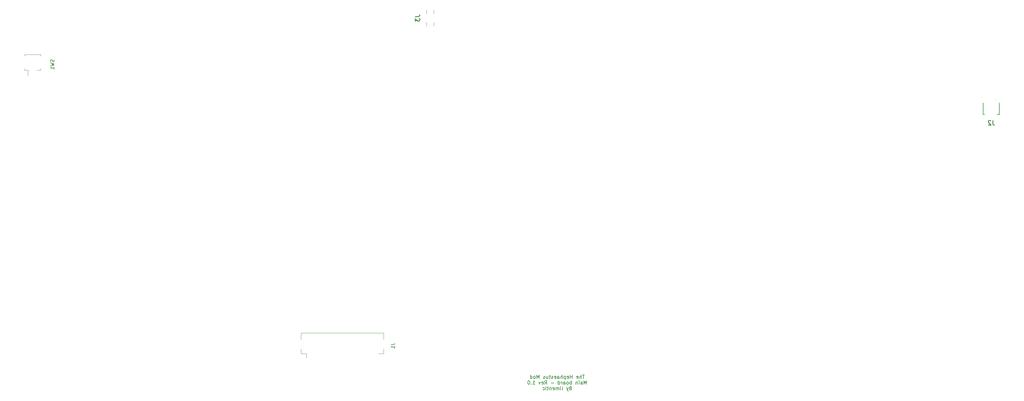
<source format=gbr>
%TF.GenerationSoftware,KiCad,Pcbnew,8.0.2-1*%
%TF.CreationDate,2024-08-02T01:43:08+02:00*%
%TF.ProjectId,keyboard,6b657962-6f61-4726-942e-6b696361645f,1.0*%
%TF.SameCoordinates,Original*%
%TF.FileFunction,Legend,Bot*%
%TF.FilePolarity,Positive*%
%FSLAX46Y46*%
G04 Gerber Fmt 4.6, Leading zero omitted, Abs format (unit mm)*
G04 Created by KiCad (PCBNEW 8.0.2-1) date 2024-08-02 01:43:08*
%MOMM*%
%LPD*%
G01*
G04 APERTURE LIST*
%ADD10C,0.150000*%
%ADD11C,0.254000*%
%ADD12C,0.120000*%
%ADD13C,0.200000*%
%ADD14C,0.100000*%
G04 APERTURE END LIST*
D10*
X234766476Y-192154875D02*
X234195048Y-192154875D01*
X234480762Y-193154875D02*
X234480762Y-192154875D01*
X233861714Y-193154875D02*
X233861714Y-192154875D01*
X233433143Y-193154875D02*
X233433143Y-192631065D01*
X233433143Y-192631065D02*
X233480762Y-192535827D01*
X233480762Y-192535827D02*
X233576000Y-192488208D01*
X233576000Y-192488208D02*
X233718857Y-192488208D01*
X233718857Y-192488208D02*
X233814095Y-192535827D01*
X233814095Y-192535827D02*
X233861714Y-192583446D01*
X232576000Y-193107256D02*
X232671238Y-193154875D01*
X232671238Y-193154875D02*
X232861714Y-193154875D01*
X232861714Y-193154875D02*
X232956952Y-193107256D01*
X232956952Y-193107256D02*
X233004571Y-193012017D01*
X233004571Y-193012017D02*
X233004571Y-192631065D01*
X233004571Y-192631065D02*
X232956952Y-192535827D01*
X232956952Y-192535827D02*
X232861714Y-192488208D01*
X232861714Y-192488208D02*
X232671238Y-192488208D01*
X232671238Y-192488208D02*
X232576000Y-192535827D01*
X232576000Y-192535827D02*
X232528381Y-192631065D01*
X232528381Y-192631065D02*
X232528381Y-192726303D01*
X232528381Y-192726303D02*
X233004571Y-192821541D01*
X231337904Y-193154875D02*
X231337904Y-192154875D01*
X231337904Y-192631065D02*
X230766476Y-192631065D01*
X230766476Y-193154875D02*
X230766476Y-192154875D01*
X229909333Y-193107256D02*
X230004571Y-193154875D01*
X230004571Y-193154875D02*
X230195047Y-193154875D01*
X230195047Y-193154875D02*
X230290285Y-193107256D01*
X230290285Y-193107256D02*
X230337904Y-193012017D01*
X230337904Y-193012017D02*
X230337904Y-192631065D01*
X230337904Y-192631065D02*
X230290285Y-192535827D01*
X230290285Y-192535827D02*
X230195047Y-192488208D01*
X230195047Y-192488208D02*
X230004571Y-192488208D01*
X230004571Y-192488208D02*
X229909333Y-192535827D01*
X229909333Y-192535827D02*
X229861714Y-192631065D01*
X229861714Y-192631065D02*
X229861714Y-192726303D01*
X229861714Y-192726303D02*
X230337904Y-192821541D01*
X229433142Y-192488208D02*
X229433142Y-193488208D01*
X229433142Y-192535827D02*
X229337904Y-192488208D01*
X229337904Y-192488208D02*
X229147428Y-192488208D01*
X229147428Y-192488208D02*
X229052190Y-192535827D01*
X229052190Y-192535827D02*
X229004571Y-192583446D01*
X229004571Y-192583446D02*
X228956952Y-192678684D01*
X228956952Y-192678684D02*
X228956952Y-192964398D01*
X228956952Y-192964398D02*
X229004571Y-193059636D01*
X229004571Y-193059636D02*
X229052190Y-193107256D01*
X229052190Y-193107256D02*
X229147428Y-193154875D01*
X229147428Y-193154875D02*
X229337904Y-193154875D01*
X229337904Y-193154875D02*
X229433142Y-193107256D01*
X228528380Y-193154875D02*
X228528380Y-192154875D01*
X228099809Y-193154875D02*
X228099809Y-192631065D01*
X228099809Y-192631065D02*
X228147428Y-192535827D01*
X228147428Y-192535827D02*
X228242666Y-192488208D01*
X228242666Y-192488208D02*
X228385523Y-192488208D01*
X228385523Y-192488208D02*
X228480761Y-192535827D01*
X228480761Y-192535827D02*
X228528380Y-192583446D01*
X227195047Y-193154875D02*
X227195047Y-192631065D01*
X227195047Y-192631065D02*
X227242666Y-192535827D01*
X227242666Y-192535827D02*
X227337904Y-192488208D01*
X227337904Y-192488208D02*
X227528380Y-192488208D01*
X227528380Y-192488208D02*
X227623618Y-192535827D01*
X227195047Y-193107256D02*
X227290285Y-193154875D01*
X227290285Y-193154875D02*
X227528380Y-193154875D01*
X227528380Y-193154875D02*
X227623618Y-193107256D01*
X227623618Y-193107256D02*
X227671237Y-193012017D01*
X227671237Y-193012017D02*
X227671237Y-192916779D01*
X227671237Y-192916779D02*
X227623618Y-192821541D01*
X227623618Y-192821541D02*
X227528380Y-192773922D01*
X227528380Y-192773922D02*
X227290285Y-192773922D01*
X227290285Y-192773922D02*
X227195047Y-192726303D01*
X226337904Y-193107256D02*
X226433142Y-193154875D01*
X226433142Y-193154875D02*
X226623618Y-193154875D01*
X226623618Y-193154875D02*
X226718856Y-193107256D01*
X226718856Y-193107256D02*
X226766475Y-193012017D01*
X226766475Y-193012017D02*
X226766475Y-192631065D01*
X226766475Y-192631065D02*
X226718856Y-192535827D01*
X226718856Y-192535827D02*
X226623618Y-192488208D01*
X226623618Y-192488208D02*
X226433142Y-192488208D01*
X226433142Y-192488208D02*
X226337904Y-192535827D01*
X226337904Y-192535827D02*
X226290285Y-192631065D01*
X226290285Y-192631065D02*
X226290285Y-192726303D01*
X226290285Y-192726303D02*
X226766475Y-192821541D01*
X225909332Y-193107256D02*
X225814094Y-193154875D01*
X225814094Y-193154875D02*
X225623618Y-193154875D01*
X225623618Y-193154875D02*
X225528380Y-193107256D01*
X225528380Y-193107256D02*
X225480761Y-193012017D01*
X225480761Y-193012017D02*
X225480761Y-192964398D01*
X225480761Y-192964398D02*
X225528380Y-192869160D01*
X225528380Y-192869160D02*
X225623618Y-192821541D01*
X225623618Y-192821541D02*
X225766475Y-192821541D01*
X225766475Y-192821541D02*
X225861713Y-192773922D01*
X225861713Y-192773922D02*
X225909332Y-192678684D01*
X225909332Y-192678684D02*
X225909332Y-192631065D01*
X225909332Y-192631065D02*
X225861713Y-192535827D01*
X225861713Y-192535827D02*
X225766475Y-192488208D01*
X225766475Y-192488208D02*
X225623618Y-192488208D01*
X225623618Y-192488208D02*
X225528380Y-192535827D01*
X225195046Y-192488208D02*
X224814094Y-192488208D01*
X225052189Y-192154875D02*
X225052189Y-193012017D01*
X225052189Y-193012017D02*
X225004570Y-193107256D01*
X225004570Y-193107256D02*
X224909332Y-193154875D01*
X224909332Y-193154875D02*
X224814094Y-193154875D01*
X224052189Y-192488208D02*
X224052189Y-193154875D01*
X224480760Y-192488208D02*
X224480760Y-193012017D01*
X224480760Y-193012017D02*
X224433141Y-193107256D01*
X224433141Y-193107256D02*
X224337903Y-193154875D01*
X224337903Y-193154875D02*
X224195046Y-193154875D01*
X224195046Y-193154875D02*
X224099808Y-193107256D01*
X224099808Y-193107256D02*
X224052189Y-193059636D01*
X223623617Y-193107256D02*
X223528379Y-193154875D01*
X223528379Y-193154875D02*
X223337903Y-193154875D01*
X223337903Y-193154875D02*
X223242665Y-193107256D01*
X223242665Y-193107256D02*
X223195046Y-193012017D01*
X223195046Y-193012017D02*
X223195046Y-192964398D01*
X223195046Y-192964398D02*
X223242665Y-192869160D01*
X223242665Y-192869160D02*
X223337903Y-192821541D01*
X223337903Y-192821541D02*
X223480760Y-192821541D01*
X223480760Y-192821541D02*
X223575998Y-192773922D01*
X223575998Y-192773922D02*
X223623617Y-192678684D01*
X223623617Y-192678684D02*
X223623617Y-192631065D01*
X223623617Y-192631065D02*
X223575998Y-192535827D01*
X223575998Y-192535827D02*
X223480760Y-192488208D01*
X223480760Y-192488208D02*
X223337903Y-192488208D01*
X223337903Y-192488208D02*
X223242665Y-192535827D01*
X222004569Y-193154875D02*
X222004569Y-192154875D01*
X222004569Y-192154875D02*
X221671236Y-192869160D01*
X221671236Y-192869160D02*
X221337903Y-192154875D01*
X221337903Y-192154875D02*
X221337903Y-193154875D01*
X220718855Y-193154875D02*
X220814093Y-193107256D01*
X220814093Y-193107256D02*
X220861712Y-193059636D01*
X220861712Y-193059636D02*
X220909331Y-192964398D01*
X220909331Y-192964398D02*
X220909331Y-192678684D01*
X220909331Y-192678684D02*
X220861712Y-192583446D01*
X220861712Y-192583446D02*
X220814093Y-192535827D01*
X220814093Y-192535827D02*
X220718855Y-192488208D01*
X220718855Y-192488208D02*
X220575998Y-192488208D01*
X220575998Y-192488208D02*
X220480760Y-192535827D01*
X220480760Y-192535827D02*
X220433141Y-192583446D01*
X220433141Y-192583446D02*
X220385522Y-192678684D01*
X220385522Y-192678684D02*
X220385522Y-192964398D01*
X220385522Y-192964398D02*
X220433141Y-193059636D01*
X220433141Y-193059636D02*
X220480760Y-193107256D01*
X220480760Y-193107256D02*
X220575998Y-193154875D01*
X220575998Y-193154875D02*
X220718855Y-193154875D01*
X219528379Y-193154875D02*
X219528379Y-192154875D01*
X219528379Y-193107256D02*
X219623617Y-193154875D01*
X219623617Y-193154875D02*
X219814093Y-193154875D01*
X219814093Y-193154875D02*
X219909331Y-193107256D01*
X219909331Y-193107256D02*
X219956950Y-193059636D01*
X219956950Y-193059636D02*
X220004569Y-192964398D01*
X220004569Y-192964398D02*
X220004569Y-192678684D01*
X220004569Y-192678684D02*
X219956950Y-192583446D01*
X219956950Y-192583446D02*
X219909331Y-192535827D01*
X219909331Y-192535827D02*
X219814093Y-192488208D01*
X219814093Y-192488208D02*
X219623617Y-192488208D01*
X219623617Y-192488208D02*
X219528379Y-192535827D01*
X235314095Y-194764819D02*
X235314095Y-193764819D01*
X235314095Y-193764819D02*
X234980762Y-194479104D01*
X234980762Y-194479104D02*
X234647429Y-193764819D01*
X234647429Y-193764819D02*
X234647429Y-194764819D01*
X233742667Y-194764819D02*
X233742667Y-194241009D01*
X233742667Y-194241009D02*
X233790286Y-194145771D01*
X233790286Y-194145771D02*
X233885524Y-194098152D01*
X233885524Y-194098152D02*
X234076000Y-194098152D01*
X234076000Y-194098152D02*
X234171238Y-194145771D01*
X233742667Y-194717200D02*
X233837905Y-194764819D01*
X233837905Y-194764819D02*
X234076000Y-194764819D01*
X234076000Y-194764819D02*
X234171238Y-194717200D01*
X234171238Y-194717200D02*
X234218857Y-194621961D01*
X234218857Y-194621961D02*
X234218857Y-194526723D01*
X234218857Y-194526723D02*
X234171238Y-194431485D01*
X234171238Y-194431485D02*
X234076000Y-194383866D01*
X234076000Y-194383866D02*
X233837905Y-194383866D01*
X233837905Y-194383866D02*
X233742667Y-194336247D01*
X233266476Y-194764819D02*
X233266476Y-194098152D01*
X233266476Y-193764819D02*
X233314095Y-193812438D01*
X233314095Y-193812438D02*
X233266476Y-193860057D01*
X233266476Y-193860057D02*
X233218857Y-193812438D01*
X233218857Y-193812438D02*
X233266476Y-193764819D01*
X233266476Y-193764819D02*
X233266476Y-193860057D01*
X232790286Y-194098152D02*
X232790286Y-194764819D01*
X232790286Y-194193390D02*
X232742667Y-194145771D01*
X232742667Y-194145771D02*
X232647429Y-194098152D01*
X232647429Y-194098152D02*
X232504572Y-194098152D01*
X232504572Y-194098152D02*
X232409334Y-194145771D01*
X232409334Y-194145771D02*
X232361715Y-194241009D01*
X232361715Y-194241009D02*
X232361715Y-194764819D01*
X231123619Y-194764819D02*
X231123619Y-193764819D01*
X231123619Y-194145771D02*
X231028381Y-194098152D01*
X231028381Y-194098152D02*
X230837905Y-194098152D01*
X230837905Y-194098152D02*
X230742667Y-194145771D01*
X230742667Y-194145771D02*
X230695048Y-194193390D01*
X230695048Y-194193390D02*
X230647429Y-194288628D01*
X230647429Y-194288628D02*
X230647429Y-194574342D01*
X230647429Y-194574342D02*
X230695048Y-194669580D01*
X230695048Y-194669580D02*
X230742667Y-194717200D01*
X230742667Y-194717200D02*
X230837905Y-194764819D01*
X230837905Y-194764819D02*
X231028381Y-194764819D01*
X231028381Y-194764819D02*
X231123619Y-194717200D01*
X230076000Y-194764819D02*
X230171238Y-194717200D01*
X230171238Y-194717200D02*
X230218857Y-194669580D01*
X230218857Y-194669580D02*
X230266476Y-194574342D01*
X230266476Y-194574342D02*
X230266476Y-194288628D01*
X230266476Y-194288628D02*
X230218857Y-194193390D01*
X230218857Y-194193390D02*
X230171238Y-194145771D01*
X230171238Y-194145771D02*
X230076000Y-194098152D01*
X230076000Y-194098152D02*
X229933143Y-194098152D01*
X229933143Y-194098152D02*
X229837905Y-194145771D01*
X229837905Y-194145771D02*
X229790286Y-194193390D01*
X229790286Y-194193390D02*
X229742667Y-194288628D01*
X229742667Y-194288628D02*
X229742667Y-194574342D01*
X229742667Y-194574342D02*
X229790286Y-194669580D01*
X229790286Y-194669580D02*
X229837905Y-194717200D01*
X229837905Y-194717200D02*
X229933143Y-194764819D01*
X229933143Y-194764819D02*
X230076000Y-194764819D01*
X228885524Y-194764819D02*
X228885524Y-194241009D01*
X228885524Y-194241009D02*
X228933143Y-194145771D01*
X228933143Y-194145771D02*
X229028381Y-194098152D01*
X229028381Y-194098152D02*
X229218857Y-194098152D01*
X229218857Y-194098152D02*
X229314095Y-194145771D01*
X228885524Y-194717200D02*
X228980762Y-194764819D01*
X228980762Y-194764819D02*
X229218857Y-194764819D01*
X229218857Y-194764819D02*
X229314095Y-194717200D01*
X229314095Y-194717200D02*
X229361714Y-194621961D01*
X229361714Y-194621961D02*
X229361714Y-194526723D01*
X229361714Y-194526723D02*
X229314095Y-194431485D01*
X229314095Y-194431485D02*
X229218857Y-194383866D01*
X229218857Y-194383866D02*
X228980762Y-194383866D01*
X228980762Y-194383866D02*
X228885524Y-194336247D01*
X228409333Y-194764819D02*
X228409333Y-194098152D01*
X228409333Y-194288628D02*
X228361714Y-194193390D01*
X228361714Y-194193390D02*
X228314095Y-194145771D01*
X228314095Y-194145771D02*
X228218857Y-194098152D01*
X228218857Y-194098152D02*
X228123619Y-194098152D01*
X227361714Y-194764819D02*
X227361714Y-193764819D01*
X227361714Y-194717200D02*
X227456952Y-194764819D01*
X227456952Y-194764819D02*
X227647428Y-194764819D01*
X227647428Y-194764819D02*
X227742666Y-194717200D01*
X227742666Y-194717200D02*
X227790285Y-194669580D01*
X227790285Y-194669580D02*
X227837904Y-194574342D01*
X227837904Y-194574342D02*
X227837904Y-194288628D01*
X227837904Y-194288628D02*
X227790285Y-194193390D01*
X227790285Y-194193390D02*
X227742666Y-194145771D01*
X227742666Y-194145771D02*
X227647428Y-194098152D01*
X227647428Y-194098152D02*
X227456952Y-194098152D01*
X227456952Y-194098152D02*
X227361714Y-194145771D01*
X226123618Y-194383866D02*
X225361714Y-194383866D01*
X223552190Y-194764819D02*
X223885523Y-194288628D01*
X224123618Y-194764819D02*
X224123618Y-193764819D01*
X224123618Y-193764819D02*
X223742666Y-193764819D01*
X223742666Y-193764819D02*
X223647428Y-193812438D01*
X223647428Y-193812438D02*
X223599809Y-193860057D01*
X223599809Y-193860057D02*
X223552190Y-193955295D01*
X223552190Y-193955295D02*
X223552190Y-194098152D01*
X223552190Y-194098152D02*
X223599809Y-194193390D01*
X223599809Y-194193390D02*
X223647428Y-194241009D01*
X223647428Y-194241009D02*
X223742666Y-194288628D01*
X223742666Y-194288628D02*
X224123618Y-194288628D01*
X222742666Y-194717200D02*
X222837904Y-194764819D01*
X222837904Y-194764819D02*
X223028380Y-194764819D01*
X223028380Y-194764819D02*
X223123618Y-194717200D01*
X223123618Y-194717200D02*
X223171237Y-194621961D01*
X223171237Y-194621961D02*
X223171237Y-194241009D01*
X223171237Y-194241009D02*
X223123618Y-194145771D01*
X223123618Y-194145771D02*
X223028380Y-194098152D01*
X223028380Y-194098152D02*
X222837904Y-194098152D01*
X222837904Y-194098152D02*
X222742666Y-194145771D01*
X222742666Y-194145771D02*
X222695047Y-194241009D01*
X222695047Y-194241009D02*
X222695047Y-194336247D01*
X222695047Y-194336247D02*
X223171237Y-194431485D01*
X222361713Y-194098152D02*
X222123618Y-194764819D01*
X222123618Y-194764819D02*
X221885523Y-194098152D01*
X220218856Y-194764819D02*
X220790284Y-194764819D01*
X220504570Y-194764819D02*
X220504570Y-193764819D01*
X220504570Y-193764819D02*
X220599808Y-193907676D01*
X220599808Y-193907676D02*
X220695046Y-194002914D01*
X220695046Y-194002914D02*
X220790284Y-194050533D01*
X219790284Y-194669580D02*
X219742665Y-194717200D01*
X219742665Y-194717200D02*
X219790284Y-194764819D01*
X219790284Y-194764819D02*
X219837903Y-194717200D01*
X219837903Y-194717200D02*
X219790284Y-194669580D01*
X219790284Y-194669580D02*
X219790284Y-194764819D01*
X219123618Y-193764819D02*
X219028380Y-193764819D01*
X219028380Y-193764819D02*
X218933142Y-193812438D01*
X218933142Y-193812438D02*
X218885523Y-193860057D01*
X218885523Y-193860057D02*
X218837904Y-193955295D01*
X218837904Y-193955295D02*
X218790285Y-194145771D01*
X218790285Y-194145771D02*
X218790285Y-194383866D01*
X218790285Y-194383866D02*
X218837904Y-194574342D01*
X218837904Y-194574342D02*
X218885523Y-194669580D01*
X218885523Y-194669580D02*
X218933142Y-194717200D01*
X218933142Y-194717200D02*
X219028380Y-194764819D01*
X219028380Y-194764819D02*
X219123618Y-194764819D01*
X219123618Y-194764819D02*
X219218856Y-194717200D01*
X219218856Y-194717200D02*
X219266475Y-194669580D01*
X219266475Y-194669580D02*
X219314094Y-194574342D01*
X219314094Y-194574342D02*
X219361713Y-194383866D01*
X219361713Y-194383866D02*
X219361713Y-194145771D01*
X219361713Y-194145771D02*
X219314094Y-193955295D01*
X219314094Y-193955295D02*
X219266475Y-193860057D01*
X219266475Y-193860057D02*
X219218856Y-193812438D01*
X219218856Y-193812438D02*
X219123618Y-193764819D01*
X230766476Y-195850953D02*
X230623619Y-195898572D01*
X230623619Y-195898572D02*
X230576000Y-195946191D01*
X230576000Y-195946191D02*
X230528381Y-196041429D01*
X230528381Y-196041429D02*
X230528381Y-196184286D01*
X230528381Y-196184286D02*
X230576000Y-196279524D01*
X230576000Y-196279524D02*
X230623619Y-196327144D01*
X230623619Y-196327144D02*
X230718857Y-196374763D01*
X230718857Y-196374763D02*
X231099809Y-196374763D01*
X231099809Y-196374763D02*
X231099809Y-195374763D01*
X231099809Y-195374763D02*
X230766476Y-195374763D01*
X230766476Y-195374763D02*
X230671238Y-195422382D01*
X230671238Y-195422382D02*
X230623619Y-195470001D01*
X230623619Y-195470001D02*
X230576000Y-195565239D01*
X230576000Y-195565239D02*
X230576000Y-195660477D01*
X230576000Y-195660477D02*
X230623619Y-195755715D01*
X230623619Y-195755715D02*
X230671238Y-195803334D01*
X230671238Y-195803334D02*
X230766476Y-195850953D01*
X230766476Y-195850953D02*
X231099809Y-195850953D01*
X230195047Y-195708096D02*
X229956952Y-196374763D01*
X229718857Y-195708096D02*
X229956952Y-196374763D01*
X229956952Y-196374763D02*
X230052190Y-196612858D01*
X230052190Y-196612858D02*
X230099809Y-196660477D01*
X230099809Y-196660477D02*
X230195047Y-196708096D01*
X228433142Y-196374763D02*
X228528380Y-196327144D01*
X228528380Y-196327144D02*
X228575999Y-196231905D01*
X228575999Y-196231905D02*
X228575999Y-195374763D01*
X228052189Y-196374763D02*
X228052189Y-195708096D01*
X228052189Y-195374763D02*
X228099808Y-195422382D01*
X228099808Y-195422382D02*
X228052189Y-195470001D01*
X228052189Y-195470001D02*
X228004570Y-195422382D01*
X228004570Y-195422382D02*
X228052189Y-195374763D01*
X228052189Y-195374763D02*
X228052189Y-195470001D01*
X227575999Y-196374763D02*
X227575999Y-195708096D01*
X227575999Y-195803334D02*
X227528380Y-195755715D01*
X227528380Y-195755715D02*
X227433142Y-195708096D01*
X227433142Y-195708096D02*
X227290285Y-195708096D01*
X227290285Y-195708096D02*
X227195047Y-195755715D01*
X227195047Y-195755715D02*
X227147428Y-195850953D01*
X227147428Y-195850953D02*
X227147428Y-196374763D01*
X227147428Y-195850953D02*
X227099809Y-195755715D01*
X227099809Y-195755715D02*
X227004571Y-195708096D01*
X227004571Y-195708096D02*
X226861714Y-195708096D01*
X226861714Y-195708096D02*
X226766475Y-195755715D01*
X226766475Y-195755715D02*
X226718856Y-195850953D01*
X226718856Y-195850953D02*
X226718856Y-196374763D01*
X225861714Y-196327144D02*
X225956952Y-196374763D01*
X225956952Y-196374763D02*
X226147428Y-196374763D01*
X226147428Y-196374763D02*
X226242666Y-196327144D01*
X226242666Y-196327144D02*
X226290285Y-196231905D01*
X226290285Y-196231905D02*
X226290285Y-195850953D01*
X226290285Y-195850953D02*
X226242666Y-195755715D01*
X226242666Y-195755715D02*
X226147428Y-195708096D01*
X226147428Y-195708096D02*
X225956952Y-195708096D01*
X225956952Y-195708096D02*
X225861714Y-195755715D01*
X225861714Y-195755715D02*
X225814095Y-195850953D01*
X225814095Y-195850953D02*
X225814095Y-195946191D01*
X225814095Y-195946191D02*
X226290285Y-196041429D01*
X225385523Y-195708096D02*
X225385523Y-196374763D01*
X225385523Y-195803334D02*
X225337904Y-195755715D01*
X225337904Y-195755715D02*
X225242666Y-195708096D01*
X225242666Y-195708096D02*
X225099809Y-195708096D01*
X225099809Y-195708096D02*
X225004571Y-195755715D01*
X225004571Y-195755715D02*
X224956952Y-195850953D01*
X224956952Y-195850953D02*
X224956952Y-196374763D01*
X224623618Y-195708096D02*
X224242666Y-195708096D01*
X224480761Y-195374763D02*
X224480761Y-196231905D01*
X224480761Y-196231905D02*
X224433142Y-196327144D01*
X224433142Y-196327144D02*
X224337904Y-196374763D01*
X224337904Y-196374763D02*
X224242666Y-196374763D01*
X223909332Y-196374763D02*
X223909332Y-195708096D01*
X223909332Y-195374763D02*
X223956951Y-195422382D01*
X223956951Y-195422382D02*
X223909332Y-195470001D01*
X223909332Y-195470001D02*
X223861713Y-195422382D01*
X223861713Y-195422382D02*
X223909332Y-195374763D01*
X223909332Y-195374763D02*
X223909332Y-195470001D01*
X223004571Y-196327144D02*
X223099809Y-196374763D01*
X223099809Y-196374763D02*
X223290285Y-196374763D01*
X223290285Y-196374763D02*
X223385523Y-196327144D01*
X223385523Y-196327144D02*
X223433142Y-196279524D01*
X223433142Y-196279524D02*
X223480761Y-196184286D01*
X223480761Y-196184286D02*
X223480761Y-195898572D01*
X223480761Y-195898572D02*
X223433142Y-195803334D01*
X223433142Y-195803334D02*
X223385523Y-195755715D01*
X223385523Y-195755715D02*
X223290285Y-195708096D01*
X223290285Y-195708096D02*
X223099809Y-195708096D01*
X223099809Y-195708096D02*
X223004571Y-195755715D01*
X180302819Y-183562666D02*
X181017104Y-183562666D01*
X181017104Y-183562666D02*
X181159961Y-183515047D01*
X181159961Y-183515047D02*
X181255200Y-183419809D01*
X181255200Y-183419809D02*
X181302819Y-183276952D01*
X181302819Y-183276952D02*
X181302819Y-183181714D01*
X181302819Y-184562666D02*
X181302819Y-183991238D01*
X181302819Y-184276952D02*
X180302819Y-184276952D01*
X180302819Y-184276952D02*
X180445676Y-184181714D01*
X180445676Y-184181714D02*
X180540914Y-184086476D01*
X180540914Y-184086476D02*
X180588533Y-183991238D01*
D11*
X349823332Y-120208318D02*
X349823332Y-121115461D01*
X349823332Y-121115461D02*
X349883809Y-121296889D01*
X349883809Y-121296889D02*
X350004761Y-121417842D01*
X350004761Y-121417842D02*
X350186190Y-121478318D01*
X350186190Y-121478318D02*
X350307142Y-121478318D01*
X349279047Y-120329270D02*
X349218571Y-120268794D01*
X349218571Y-120268794D02*
X349097618Y-120208318D01*
X349097618Y-120208318D02*
X348795237Y-120208318D01*
X348795237Y-120208318D02*
X348674285Y-120268794D01*
X348674285Y-120268794D02*
X348613809Y-120329270D01*
X348613809Y-120329270D02*
X348553332Y-120450222D01*
X348553332Y-120450222D02*
X348553332Y-120571175D01*
X348553332Y-120571175D02*
X348613809Y-120752603D01*
X348613809Y-120752603D02*
X349339523Y-121478318D01*
X349339523Y-121478318D02*
X348553332Y-121478318D01*
D10*
X85243200Y-103060667D02*
X85290819Y-103203524D01*
X85290819Y-103203524D02*
X85290819Y-103441619D01*
X85290819Y-103441619D02*
X85243200Y-103536857D01*
X85243200Y-103536857D02*
X85195580Y-103584476D01*
X85195580Y-103584476D02*
X85100342Y-103632095D01*
X85100342Y-103632095D02*
X85005104Y-103632095D01*
X85005104Y-103632095D02*
X84909866Y-103584476D01*
X84909866Y-103584476D02*
X84862247Y-103536857D01*
X84862247Y-103536857D02*
X84814628Y-103441619D01*
X84814628Y-103441619D02*
X84767009Y-103251143D01*
X84767009Y-103251143D02*
X84719390Y-103155905D01*
X84719390Y-103155905D02*
X84671771Y-103108286D01*
X84671771Y-103108286D02*
X84576533Y-103060667D01*
X84576533Y-103060667D02*
X84481295Y-103060667D01*
X84481295Y-103060667D02*
X84386057Y-103108286D01*
X84386057Y-103108286D02*
X84338438Y-103155905D01*
X84338438Y-103155905D02*
X84290819Y-103251143D01*
X84290819Y-103251143D02*
X84290819Y-103489238D01*
X84290819Y-103489238D02*
X84338438Y-103632095D01*
X84290819Y-103965429D02*
X85290819Y-104203524D01*
X85290819Y-104203524D02*
X84576533Y-104394000D01*
X84576533Y-104394000D02*
X85290819Y-104584476D01*
X85290819Y-104584476D02*
X84290819Y-104822572D01*
X85290819Y-105727333D02*
X85290819Y-105155905D01*
X85290819Y-105441619D02*
X84290819Y-105441619D01*
X84290819Y-105441619D02*
X84433676Y-105346381D01*
X84433676Y-105346381D02*
X84528914Y-105251143D01*
X84528914Y-105251143D02*
X84576533Y-105155905D01*
D11*
X187010318Y-90842667D02*
X187917461Y-90842667D01*
X187917461Y-90842667D02*
X188098889Y-90782190D01*
X188098889Y-90782190D02*
X188219842Y-90661238D01*
X188219842Y-90661238D02*
X188280318Y-90479809D01*
X188280318Y-90479809D02*
X188280318Y-90358857D01*
X187010318Y-91326476D02*
X187010318Y-92112667D01*
X187010318Y-92112667D02*
X187494127Y-91689333D01*
X187494127Y-91689333D02*
X187494127Y-91870762D01*
X187494127Y-91870762D02*
X187554603Y-91991714D01*
X187554603Y-91991714D02*
X187615080Y-92052190D01*
X187615080Y-92052190D02*
X187736032Y-92112667D01*
X187736032Y-92112667D02*
X188038413Y-92112667D01*
X188038413Y-92112667D02*
X188159365Y-92052190D01*
X188159365Y-92052190D02*
X188219842Y-91991714D01*
X188219842Y-91991714D02*
X188280318Y-91870762D01*
X188280318Y-91870762D02*
X188280318Y-91507905D01*
X188280318Y-91507905D02*
X188219842Y-91386952D01*
X188219842Y-91386952D02*
X188159365Y-91326476D01*
D12*
X154893767Y-180280000D02*
X154893767Y-182020000D01*
X154893767Y-184740000D02*
X154893767Y-186080000D01*
X154893767Y-186080000D02*
X156383767Y-186080000D01*
X156383767Y-187280000D02*
X156383767Y-186080000D01*
X178193767Y-180280000D02*
X154893767Y-180280000D01*
X178193767Y-182020000D02*
X178193767Y-180280000D01*
X178193767Y-184740000D02*
X178193767Y-186080000D01*
X178193767Y-186080000D02*
X176703767Y-186080000D01*
D13*
X347123000Y-115195000D02*
X347123000Y-118525000D01*
X347123000Y-118525000D02*
X347600000Y-118525000D01*
D14*
X350713000Y-114300000D02*
X350713000Y-114300000D01*
X350713000Y-114400000D02*
X350713000Y-114400000D01*
D13*
X351677000Y-115195000D02*
X351677000Y-118525000D01*
X351677000Y-118525000D02*
X351000000Y-118525000D01*
D14*
X350713000Y-114300000D02*
G75*
G02*
X350713000Y-114400000I0J-50000D01*
G01*
X350713000Y-114400000D02*
G75*
G02*
X350713000Y-114300000I0J50000D01*
G01*
D12*
X76965000Y-101590000D02*
X76965000Y-102040000D01*
X76965000Y-106010000D02*
X76965000Y-105560000D01*
X77915000Y-106010000D02*
X76965000Y-106010000D01*
X77915000Y-107500000D02*
X77915000Y-106010000D01*
X80485000Y-106010000D02*
X81435000Y-106010000D01*
X81435000Y-101590000D02*
X76965000Y-101590000D01*
X81435000Y-102040000D02*
X81435000Y-101590000D01*
X81435000Y-106010000D02*
X81435000Y-105560000D01*
D14*
X190253767Y-88966000D02*
X190253767Y-90066000D01*
X190253767Y-93541000D02*
X190253767Y-92466000D01*
X192253767Y-88966000D02*
X192253767Y-90066000D01*
X192253767Y-93566000D02*
X192253767Y-92466000D01*
M02*

</source>
